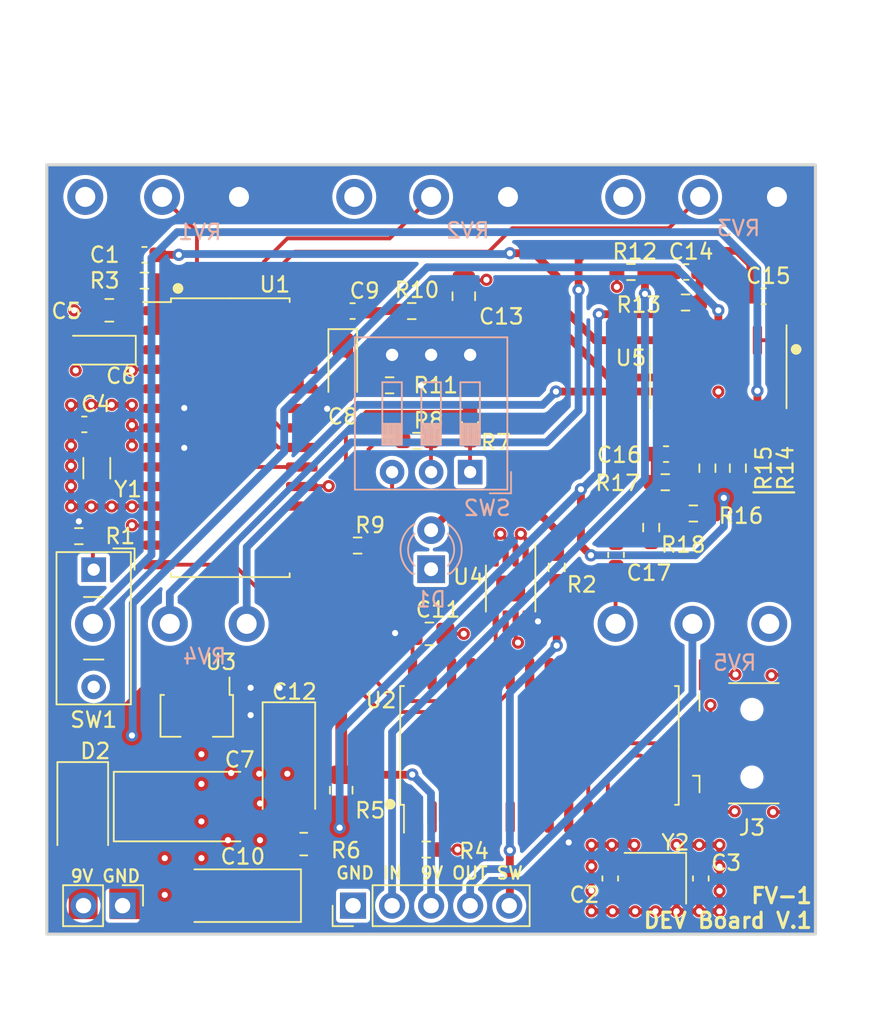
<source format=kicad_pcb>
(kicad_pcb (version 20221018) (generator pcbnew)
  (layers (0 "F.Cu" signal) (1 "In1.Cu" signal) (2 "In2.Cu" signal) (31 "B.Cu" signal) (34 "B.Paste" user) (35 "F.Paste" user) (36 "B.SilkS" user "B.Silkscreen") (37 "F.SilkS" user "F.Silkscreen") (38 "B.Mask" user) (39 "F.Mask" user) (44 "Edge.Cuts" user))
  (net 0 "")
  (net 1 "/BUF_IN")
  (net 2 "Net-(C1-Pad2)")
  (net 3 "Net-(R1-Pad2)")
  (net 4 "Net-(C3-Pad1)")
  (net 5 "Net-(C4-Pad1)")
  (net 6 "/OUT")
  (net 7 "Net-(C9-Pad1)")
  (net 8 "Net-(C9-Pad2)")
  (net 9 "/3V3")
  (net 10 "/9V")
  (net 11 "Net-(D1-Pad2)")
  (net 12 "Net-(D2-Pad2)")
  (net 13 "/D-")
  (net 14 "/D+")
  (net 15 "Net-(R4-Pad2)")
  (net 16 "/VREF")
  (net 17 "/BUF_OUT")
  (net 18 "/POT0")
  (net 19 "/POT1")
  (net 20 "/POT2")
  (net 22 "/SCL")
  (net 23 "/SDA")
  (net 24 "GND")
  (net 25 "Net-(J1-Pad5)")
  (net 26 "/Eff in")
  (net 27 "/Eff out")
  (net 29 "Net-(C2-Pad1)")
  (net 30 "Net-(C15-Pad2)")
  (net 31 "Net-(C16-Pad1)")
  (net 32 "Net-(C16-Pad2)")
  (net 33 "Net-(C17-Pad1)")
  (net 34 "Net-(C17-Pad2)")
  (net 37 "Net-(R7-Pad1)")
  (net 38 "Net-(R7-Pad2)")
  (net 39 "Net-(R8-Pad1)")
  (net 40 "Net-(R8-Pad2)")
  (net 41 "Net-(R9-Pad1)")
  (net 42 "Net-(R9-Pad2)")
  (net 43 "Net-(R15-Pad1)")
  (net 62 "Net-(C8-Pad2)")
  (net 63 "Net-(C8-Pad1)")
  (net 64 "Net-(C6-Pad1)")
  (net 65 "Net-(C5-Pad2)")
  (net 66 "Net-(C15-Pad1)")
  (net 67 "Net-(C14-Pad2)")
  (net 68 "Net-(U1-Pad10)")
  (footprint "Resistor_SMD:R_0603_1608Metric_Pad0.98x0.95mm_HandSolder" (layer "F.Cu") (at 116.6876 125.222 180)
    (fp_text reference "R4")
    (fp_text value "2k2")
  )
  (footprint "Capacitor_SMD:C_0603_1608Metric_Pad1.08x0.95mm_HandSolder" (layer "F.Cu") (at 138.6332 89.2556 180)
    (fp_text reference "C15")
    (fp_text value "1u")
  )
  (footprint "Crystal:Crystal_SMD_Abracon_ABM8G-4Pin_3.2x2.5mm" (layer "F.Cu") (at 131.5896 127.088 180)
    (fp_text reference "Y2")
    (fp_text value "12MHz")
  )
  (footprint "Connector_PinHeader_2.54mm:PinHeader_1x05_P2.54mm_Vertical" (layer "F.Cu") (at 111.92 128.8696 90)
    (fp_text reference "GND IN  9V OUT SW")
    (fp_text value "Conn_01x05_Female")
  )
  (footprint "FV1_Dev_Board_FPLib:CH341A" (layer "F.Cu") (at 124.1044 118.618 90)
    (fp_text reference "U2" hide)
    (fp_text value "CH341A")
  )
  (footprint "Resistor_SMD:R_0805_2012Metric_Pad1.20x1.40mm_HandSolder" (layer "F.Cu") (at 108.712 124.8664)
    (fp_text reference "R6")
    (fp_text value "10k")
  )
  (footprint "Capacitor_SMD:C_0603_1608Metric_Pad1.08x0.95mm_HandSolder" (layer "F.Cu") (at 111.8909 90.2208)
    (fp_text reference "C9")
    (fp_text value "1u")
  )
  (footprint "Resistor_SMD:R_0603_1608Metric_Pad0.98x0.95mm_HandSolder" (layer "F.Cu") (at 134.0612 103.378 180)
    (fp_text reference "R16")
    (fp_text value "10k")
  )
  (footprint "Resistor_SMD:R_0603_1608Metric_Pad0.98x0.95mm_HandSolder" (layer "F.Cu") (at 129.9972 87.6808)
    (fp_text reference "R12")
    (fp_text value "1M")
  )
  (footprint "Resistor_SMD:R_0603_1608Metric_Pad0.98x0.95mm_HandSolder" (layer "F.Cu") (at 119.5324 97.6884 90)
    (fp_text reference "R7")
    (fp_text value "20k")
  )
  (footprint "Capacitor_SMD:C_0603_1608Metric_Pad1.08x0.95mm_HandSolder" (layer "F.Cu") (at 98.3488 86.5632 180)
    (fp_text reference "C1")
    (fp_text value "1u")
  )
  (footprint "Resistor_SMD:R_0603_1608Metric_Pad0.98x0.95mm_HandSolder" (layer "F.Cu") (at 136.9568 100.4316 90)
    (fp_text reference "R14")
    (fp_text value "100k")
  )
  (footprint "Resistor_SMD:R_0603_1608Metric_Pad0.98x0.95mm_HandSolder" (layer "F.Cu") (at 115.7384 90.2208)
    (fp_text reference "R10")
    (fp_text value "1k")
  )
  (footprint "Resistor_SMD:R_0603_1608Metric_Pad0.98x0.95mm_HandSolder" (layer "F.Cu") (at 132.2324 101.346 180)
    (fp_text reference "R17")
    (fp_text value "200k")
  )
  (footprint "Diode_SMD:D_SMA" (layer "F.Cu") (at 94.3356 122.936 -90)
    (fp_text reference "D2")
    (fp_text value "S1D")
  )
  (footprint "Package_TO_SOT_SMD:SOT-89-3" (layer "F.Cu") (at 101.7524 116.2304 -90)
    (fp_text reference "U3")
    (fp_text value "AZ1117CR_SOT89")
  )
  (footprint "Resistor_SMD:R_0603_1608Metric_Pad0.98x0.95mm_HandSolder" (layer "F.Cu") (at 114.3 95.0468)
    (fp_text reference "R11")
    (fp_text value "100R")
  )
  (footprint "Capacitor_SMD:C_0603_1608Metric_Pad1.08x0.95mm_HandSolder" (layer "F.Cu") (at 94.4372 97.5868 180)
    (fp_text reference "C4")
    (fp_text value "12p")
  )
  (footprint "Resistor_SMD:R_0603_1608Metric_Pad0.98x0.95mm_HandSolder" (layer "F.Cu") (at 98.3488 88.2396)
    (fp_text reference "R3")
    (fp_text value "1k")
  )
  (footprint "Package_SO:MSOP-8-1EP_3x3mm_P0.65mm_EP1.68x1.88mm" (layer "F.Cu") (at 122.174 108.2548 -90)
    (fp_text reference "U4")
    (fp_text value "24LC32")
  )
  (footprint "Button_Switch_THT:SW_DIP_SPSTx01_Slide_9.78x4.72mm_W7.62mm_P2.54mm" (layer "F.Cu") (at 95.0468 107.0273 -90)
    (fp_text reference "SW1")
    (fp_text value "DIP_X1")
  )
  (footprint "Capacitor_SMD:C_0603_1608Metric_Pad1.08x0.95mm_HandSolder" (layer "F.Cu") (at 128.65195 127.1016 90)
    (fp_text reference "C2")
    (fp_text value "18p")
  )
  (footprint "Package_SO:SOIC-14_3.9x8.7mm_P1.27mm" (layer "F.Cu") (at 135.6868 94.5896 -90)
    (fp_text reference "U5")
    (fp_text value "TL074")
  )
  (footprint "Connector_PinHeader_2.54mm:PinHeader_1x02_P2.54mm_Vertical" (layer "F.Cu") (at 96.9264 128.8696 -90)
    (fp_text reference "9V GND")
    (fp_text value "9V DC")
  )
  (footprint "Resistor_SMD:R_0603_1608Metric_Pad0.98x0.95mm_HandSolder" (layer "F.Cu") (at 116.078 98.6536 180)
    (fp_text reference "R8")
    (fp_text value "20k")
  )
  (footprint "Capacitor_SMD:C_0603_1608Metric_Pad1.08x0.95mm_HandSolder" (layer "F.Cu") (at 129.032 106.0704 -90)
    (fp_text reference "C17")
    (fp_text value "1u")
  )
  (footprint "Resistor_SMD:R_0603_1608Metric_Pad0.98x0.95mm_HandSolder" (layer "F.Cu") (at 131.318 104.2924 -90)
    (fp_text reference "R18")
    (fp_text value "100R")
  )
  (footprint "Capacitor_Tantalum_SMD:CP_EIA-3216-10_Kemet-I_Pad1.58x1.35mm_HandSolder" (layer "F.Cu") (at 95.3008 92.7608 180)
    (fp_text reference "C6")
    (fp_text value "1u")
  )
  (footprint "Resistor_SMD:R_0805_2012Metric_Pad1.20x1.40mm_HandSolder" (layer "F.Cu") (at 111.1504 121.3612 90)
    (fp_text reference "R5")
    (fp_text value "10k")
  )
  (footprint "Capacitor_SMD:C_0603_1608Metric_Pad1.08x0.95mm_HandSolder" (layer "F.Cu") (at 134.54475 127.1016 -90)
    (fp_text reference "C3")
    (fp_text value "18p")
  )
  (footprint "Resistor_SMD:R_0603_1608Metric_Pad0.98x0.95mm_HandSolder" (layer "F.Cu") (at 112.2172 105.4608 180)
    (fp_text reference "R9")
    (fp_text value "20k")
  )
  (footprint "Capacitor_Tantalum_SMD:CP_EIA-6032-28_Kemet-C_Pad2.25x2.35mm_HandSolder" (layer "F.Cu") (at 104.5972 128.2192 180)
    (fp_text reference "C10")
    (fp_text value "47u")
  )
  (footprint "Capacitor_SMD:C_0603_1608Metric_Pad1.08x0.95mm_HandSolder" (layer "F.Cu") (at 133.604 87.6808)
    (fp_text reference "C14")
    (fp_text value "100n")
  )
  (footprint "Connector_USB:USB_Mini-B_Lumberg_2486_01_Horizontal" (layer "F.Cu") (at 137.8712 118.3132 90)
    (fp_text reference "J3")
    (fp_text value "USB_B_Mini")
  )
  (footprint "Resistor_SMD:R_0603_1608Metric_Pad0.98x0.95mm_HandSolder" (layer "F.Cu") (at 133.5532 89.662)
    (fp_text reference "R13")
    (fp_text value "100k")
  )
  (footprint "Capacitor_SMD:C_0805_2012Metric_Pad1.18x1.45mm_HandSolder" (layer "F.Cu") (at 116.8908 111.2012 180)
    (fp_text reference "C11")
    (fp_text value "100n")
  )
  (footprint "FV1_Dev_Board_FPLib:FV1" (layer "F.Cu") (at 104.0248 98.3794)
    (fp_text reference "U1" hide)
    (fp_text value "FV-1")
  )
  (footprint "Capacitor_Tantalum_SMD:CP_EIA-7343-20_Kemet-V_Pad2.25x2.55mm_HandSolder" (layer "F.Cu") (at 100.9396 122.428)
    (fp_text reference "C7")
    (fp_text value "100u")
  )
  (footprint "Resistor_SMD:R_0603_1608Metric_Pad0.98x0.95mm_HandSolder" (layer "F.Cu") (at 134.9756 100.4316 -90)
    (fp_text reference "R15")
    (fp_text value "100k")
  )
  (footprint "Capacitor_Tantalum_SMD:CP_EIA-6032-28_Kemet-C_Pad2.25x2.35mm_HandSolder" (layer "F.Cu") (at 107.7468 119.5832 -90)
    (fp_text reference "C12")
    (fp_text value "47u")
  )
  (footprint "Resistor_SMD:R_0603_1608Metric_Pad0.98x0.95mm_HandSolder" (layer "F.Cu") (at 94.0816 104.8512)
    (fp_text reference "R1")
    (fp_text value "20k")
  )
  (footprint "Crystal:Crystal_SMD_3215-2Pin_3.2x1.5mm" (layer "F.Cu") (at 95.25 100.4316 90)
    (fp_text reference "Y1")
    (fp_text value "JTX310")
  )
  (footprint "Resistor_SMD:R_0603_1608Metric_Pad0.98x0.95mm_HandSolder" (layer "F.Cu") (at 125.1712 106.8832 -90)
    (fp_text reference "R2")
    (fp_text value "4k7")
  )
  (footprint "Capacitor_SMD:C_0603_1608Metric_Pad1.08x0.95mm_HandSolder" (layer "F.Cu") (at 132.2832 99.5172 180)
    (fp_text reference "C16")
    (fp_text value "120p")
  )
  (footprint "Capacitor_Tantalum_SMD:CP_EIA-3216-10_Kemet-I_Pad1.58x1.35mm_HandSolder" (layer "F.Cu") (at 111.252 93.8784 -90)
    (fp_text reference "C8")
    (fp_text value "1u")
  )
  (footprint "Capacitor_SMD:C_0805_2012Metric_Pad1.18x1.45mm_HandSolder" (layer "F.Cu") (at 96.0628 90.17)
    (fp_text reference "C5")
    (fp_text value "1n")
  )
  (footprint "Capacitor_SMD:C_0805_2012Metric_Pad1.18x1.45mm_HandSolder" (layer "F.Cu") (at 119.126 89.2556 90)
    (fp_text reference "C13")
    (fp_text value "2n2")
  )
  (footprint "Potentiometer_THT:Potentiometer_Omeg_PC16BU_Vertical" (layer "B.Cu") (at 99.5 70.25 180)
    (fp_text reference "RV1")
    (fp_text value "POT0")
  )
  (footprint "Button_Switch_THT:SW_DIP_SPSTx03_Slide_9.78x9.8mm_W7.62mm_P2.54mm" (layer "B.Cu") (at 117 100.6556 180)
    (fp_text reference "SW2")
    (fp_text value "DIP_X3")
  )
  (footprint "Potentiometer_THT:Potentiometer_Omeg_PC16BU_Vertical" (layer "B.Cu") (at 134.5 70.25 180)
    (fp_text reference "RV3")
    (fp_text value "POT2")
  )
  (footprint "Potentiometer_THT:Potentiometer_Omeg_PC16BU_Vertical" (layer "B.Cu") (at 134 98 180)
    (fp_text reference "RV5")
    (fp_text value "VOL")
  )
  (footprint "Potentiometer_THT:Potentiometer_Omeg_PC16BU_Vertical" (layer "B.Cu") (at 117 70.25 180)
    (fp_text reference "RV2")
    (fp_text value "POT1")
  )
  (footprint "LED_THT:LED_D3.0mm" (layer "B.Cu") (at 117 107 90)
    (fp_text reference "D1")
    (fp_text value "LED")
  )
  (footprint "Potentiometer_THT:Potentiometer_Omeg_PC16BU_Vertical" (layer "B.Cu") (at 100 98 180)
    (fp_text reference "RV4")
    (fp_text value "MIX")
  )
  (gr_circle (center 100.5332 88.7476) (end 100.806766 88.7476) (stroke (width 0.15)) (fill solid) (layer "F.SilkS"))
  (gr_circle (center 140.747234 92.71) (end 141.0208 92.71) (stroke (width 0.15)) (fill solid) (layer "F.SilkS"))
  (gr_line (start 137.9728 102.0064) (end 140.6144 102.0064) (stroke (width 0.15)) (layer "F.SilkS"))
  (gr_circle (center 114.331234 122.2756) (end 114.6048 122.2756) (stroke (width 0.15)) (fill solid) (layer "F.SilkS"))
  (gr_rect (start 92 80.7148) (end 142 130.7148) (stroke (width 0.2)) (fill none) (layer "Edge.Cuts"))
  (gr_text "FV-1\nDEV Board V.1" (at 141.8844 129.032) (layer "F.SilkS") (effects (font (size 1 1) (thickness 0.2)) (justify right)))
  (segment (start 136.3472 93.5736) (end 133.7564 93.5736) (width 0.25) (layer "F.Cu") (net 1))
  (segment (start 125.1712 87.9348) (end 125.1712 89.6112) (width 0.508) (layer "F.Cu") (net 1))
  (segment (start 100.584 86.5632) (end 99.2113 86.5632) (width 0.508) (layer "F.Cu") (net 1))
  (segment (start 122.1232 86.4616) (end 123.698 86.4616) (width 0.508) (layer "F.Cu") (net 1))
  (segment (start 136.9568 92.1146) (end 136.9568 92.964) (width 0.25) (layer "F.Cu") (net 1))
  (segment (start 123.698 86.4616) (end 125.1712 87.9348) (width 0.508) (layer "F.Cu") (net 1))
  (segment (start 133.1468 92.964) (end 133.1468 92.1146) (width 0.25) (layer "F.Cu") (net 1))
  (segment (start 136.9568 92.964) (end 136.3472 93.5736) (width 0.25) (layer "F.Cu") (net 1))
  (segment (start 133.1468 92.1146) (end 131.8768 92.1146) (width 0.508) (layer "F.Cu") (net 1))
  (segment (start 127.6746 92.1146) (end 131.8768 92.1146) (width 0.508) (layer "F.Cu") (net 1))
  (segment (start 125.1712 89.6112) (end 127.6746 92.1146) (width 0.508) (layer "F.Cu") (net 1))
  (segment (start 133.7564 93.5736) (end 133.1468 92.964) (width 0.25) (layer "F.Cu") (net 1))
  (via (at 100.584 86.5632) (size 0.8) (drill 0.4) (layers "F.Cu" "B.Cu") (remove_unused_layers) (net 1))
  (via (at 122.1232 86.4616) (size 0.8) (drill 0.4) (layers "F.Cu" "B.Cu") (remove_unused_layers) (net 1))
  (segment (start 122.0724 86.5124) (end 122.1232 86.4616) (width 0.508) (layer "B.Cu") (net 1))
  (segment (start 100.6348 86.5124) (end 122.0724 86.5124) (width 0.508) (layer "B.Cu") (net 1))
  (segment (start 100.584 86.5632) (end 100.6348 86.5124) (width 0.508) (layer "B.Cu") (net 1))
  (segment (start 97.4363 88.2396) (end 97.4363 86.6132) (width 0.508) (layer "F.Cu") (net 2))
  (segment (start 97.4363 86.6132) (end 97.4863 86.5632) (width 0.25) (layer "F.Cu") (net 2))
  (segment (start 94.9941 104.8512) (end 94.9941 106.9746) (width 0.25) (layer "F.Cu") (net 3))
  (segment (start 95.5783 105.4354) (end 94.9941 104.8512) (width 0.25) (layer "F.Cu") (net 3))
  (segment (start 99.2868 105.4354) (end 95.5783 105.4354) (width 0.25) (layer "F.Cu") (net 3))
  (segment (start 94.9941 106.9746) (end 95.0468 107.0273) (width 0.25) (layer "F.Cu") (net 3))
  (segment (start 132.3034 123.102) (end 132.24495 123.16045) (width 0.25) (layer "F.Cu") (net 4))
  (segment (start 132.24495 123.16045) (end 132.24495 125.79335) (width 0.25) (layer "F.Cu") (net 4))
  (segment (start 132.24495 125.79335) (end 132.6896 126.238) (width 0.25) (layer "F.Cu") (net 4))
  (segment (start 134.54365 126.238) (end 134.54475 126.2391) (width 0.25) (layer "F.Cu") (net 4))
  (segment (start 132.6896 126.238) (end 134.54365 126.238) (width 0.25) (layer "F.Cu") (net 4))
  (segment (start 95.25 99.1816) (end 96.4238 100.3554) (width 0.25) (layer "F.Cu") (net 5))
  (segment (start 95.2997 99.1319) (end 95.25 99.1816) (width 0.25) (layer "F.Cu") (net 5))
  (segment (start 95.2997 97.5868) (end 95.2997 99.1319) (width 0.25) (layer "F.Cu") (net 5))
  (segment (start 96.4238 100.3554) (end 99.2868 100.3554) (width 0.25) (layer "F.Cu") (net 5))
  (segment (start 124.2568 90.2208) (end 128.5748 94.5388) (width 0.508) (layer "F.Cu") (net 6))
  (segment (start 116.6509 90.2208) (end 124.2568 90.2208) (width 0.508) (layer "F.Cu") (net 6))
  (segment (start 136.9568 99.5191) (end 136.9568 97.0646) (width 0.25) (layer "F.Cu") (net 6))
  (segment (start 128.5748 94.5388) (end 136.2964 94.5388) (width 0.508) (layer "F.Cu") (net 6))
  (segment (start 136.2964 94.5388) (end 136.9568 95.1992) (width 0.508) (layer "F.Cu") (net 6))
  (segment (start 136.9568 95.1992) (end 136.9568 97.0646) (width 0.508) (layer "F.Cu") (net 6))
  (segment (start 111.003 90.1954) (end 111.0284 90.2208) (width 0.25) (layer "F.Cu") (net 7))
  (segment (start 108.5868 90.1954) (end 111.003 90.1954) (width 0.508) (layer "F.Cu") (net 7))
  (segment (start 112.7534 90.2208) (end 114.8259 90.2208) (width 0.508) (layer "F.Cu") (net 8))
  (segment (start 125.9534 124.758046) (end 125.9534 123.102) (width 0.25) (layer "F.Cu") (net 9))
  (segment (start 110.236 96.5708) (end 110.2106 96.5454) (width 0.25) (layer "F.Cu") (net 9))
  (segment (start 115.7934 111.2611) (end 115.8533 111.2012) (width 0.25) (layer "F.Cu") (net 9))
  (segment (start 100.9396 96.52) (end 100.9142 96.5454) (width 0.25) (layer "F.Cu") (net 9))
  (segment (start 115.8025 111.1504) (end 115.8533 111.2012) (width 0.25) (layer "F.Cu") (net 9))
  (segment (start 115.2125 95.0468) (end 116.332 95.0468) (width 0.25) (layer "F.Cu") (net 9))
  (segment (start 123.9356 110.4048) (end 123.149 110.4048) (width 0.25) (layer "F.Cu") (net 9))
  (segment (start 100.9142 99.0854) (end 99.2868 99.0854) (width 0.25) (layer "F.Cu") (net 9))
  (segment (start 115.7934 113.802) (end 115.7934 111.2611) (width 0.25) (layer "F.Cu") (net 9))
  (segment (start 94.0816 103.886) (end 94.0816 103.9387) (width 0.25) (layer "F.Cu") (net 9))
  (segment (start 125.952623 124.758823) (end 125.9534 124.758046) (width 0.25) (layer "F.Cu") (net 9))
  (segment (start 110.2106 96.5454) (end 108.5868 96.5454) (width 0.25) (layer "F.Cu") (net 9))
  (segment (start 114.6556 111.1504) (end 115.8025 111.1504) (width 0.25) (layer "F.Cu") (net 9))
  (segment (start 94.0816 103.9387) (end 93.1691 104.8512) (width 0.25) (layer "F.Cu") (net 9))
  (segment (start 123.952 110.3884) (end 123.9356 110.4048) (width 0.25) (layer "F.Cu") (net 9))
  (segment (start 100.9396 99.1108) (end 100.9142 99.0854) (width 0.25) (layer "F.Cu") (net 9))
  (segment (start 100.9142 96.5454) (end 99.2868 96.5454) (width 0.25) (layer "F.Cu") (net 9))
  (via (at 100.9396 96.52) (size 0.8) (drill 0.4) (layers "F.Cu" "B.Cu") (remove_unused_layers) (zone_layer_connections "B.Cu") (net 9))
  (via (at 105.2576 114.7064) (size 0.8) (drill 0.4) (layers "F.Cu" "B.Cu") (remove_unused_layers) (zone_layer_connections "F.Cu" "B.Cu") (net 9))
  (via (at 105.2576 116.4844) (size 0.8) (drill 0.4) (layers "F.Cu" "B.Cu") (remove_unused_layers) (zone_layer_connections "F.Cu" "B.Cu") (net 9))
  (via (at 114.6556 111.1504) (size 0.8) (drill 0.4) (layers "F.Cu" "B.Cu") (remove_unused_layers) (zone_layer_connections "B.Cu") (net 9))
  (via (at 100.9396 99.1108) (size 0.8) (drill 0.4) (layers "F.Cu" "B.Cu") (remove_unused_layers) (zone_layer_connections "B.Cu") (net 9))
  (via (at 125.952623 124.758823) (size 0.8) (drill 0.4) (layers "F.Cu" "B.Cu") (remove_unused_layers) (zone_layer_connections "B.Cu") (net 9))
  (via (at 107.1372 114.7064) (size 0.8) (drill 0.4) (layers "F.Cu" "B.Cu") (remove_unused_layers) (zone_layer_connections "F.Cu" "B.Cu") (net 9))
  (via (at 110.236 96.5708) (size 0.8) (drill 0.4) (layers "F.Cu" "B.Cu") (remove_unused_layers) (zone_layer_connections "B.Cu") (net 9))
  (via (at 123.952 110.3884) (size 0.8) (drill 0.4) (layers "F.Cu" "B.Cu") (remove_unused_layers) (zone_layer_connections "B.Cu") (net 9))
  (via (at 116.332 95.0468) (size 0.8) (drill 0.4) (layers "F.Cu" "B.Cu") (remove_unused_layers) (zone_layer_connections "B.Cu") (net 9))
  (via (at 94.0816 103.886) (size 0.8) (drill 0.4) (layers "F.Cu" "B.Cu") (remove_unused_layers) (zone_layer_connections "B.Cu") (net 9))
  (segment (start 111.1504 116.2304) (end 111.1504 120.3612) (width 0.762) (layer "F.Cu") (net 10))
  (segment (start 100.2524 113.4124) (end 100.8888 112.776) (width 0.762) (layer "F.Cu") (net 10))
  (segment (start 115.7732 120.3452) (end 115.7572 120.3612) (width 0.762) (layer "F.Cu") (net 10))
  (segment (start 135.6868 92.1146) (end 135.6868 90.17) (width 0.508) (layer "F.Cu") (net 10))
  (segment (start 100.2524 114.5804) (end 100.2524 113.4124) (width 0.762) (layer "F.Cu") (net 10))
  (segment (start 107.696 112.776) (end 111.1504 116.2304) (width 0.762) (layer "F.Cu") (net 10))
  (segment (start 100.8888 112.776) (end 107.696 112.776) (width 0.762) (layer "F.Cu") (net 10))
  (segment (start 115.7572 120.3612) (end 111.1504 120.3612) (width 0.508) (layer "F.Cu") (net 10))
  (via (at 97.536 117.8052) (size 0.8) (drill 0.4) (layers "F.Cu" "B.Cu") (remove_unused_layers) (zone_layer_connections "F.Cu") (net 10))
  (via (at 115.7732 120.3452) (size 0.8) (drill 0.4) (layers "F.Cu" "B.Cu") (remove_unused_layers) (net 10))
  (via (at 135.6868 90.17) (size 0.8) (drill 0.4) (layers "F.Cu" "B.Cu") (remove_unused_layers) (net 10))
  (segment (start 115.7732 120.3452) (end 116.9924 121.5644) (width 0.508) (layer "B.Cu") (net 10))
  (segment (start 97.536 117.8052) (end 97.5868 117.7544) (width 0.508) (layer "B.Cu") (net 10))
  (segment (start 107.442 99.3648) (end 107.442 96.6724) (width 0.508) (layer "B.Cu") (net 10))
  (segment (start 97.5868 117.7544) (end 97.5868 109.22) (width 0.508) (layer "B.Cu") (net 10))
  (segment (start 116.9924 121.5644) (end 116.9924 123.444) (width 0.508) (layer "B.Cu") (net 10))
  (segment (start 116.7384 87.376) (end 132.8928 87.376) (width 0.508) (layer "B.Cu") (net 10))
  (segment (start 117 123.4516) (end 117 128.8696) (width 0.508) (layer "B.Cu") (net 10))
  (segment (start 97.5868 109.22) (end 107.442 99.3648) (width 0.508) (layer "B.Cu") (net 10))
  (segment (start 107.442 96.6724) (end 116.7384 87.376) (width 0.508) (layer "B.Cu") (net 10))
  (segment (start 132.8928 87.376) (end 135.6868 90.17) (width 0.508) (layer "B.Cu") (net 10))
  (segment (start 124.2568 103.5812) (end 125.1712 104.4956) (width 0.508) (layer "F.Cu") (net 11))
  (segment (start 125.1712 104.4956) (end 125.1712 105.9707) (width 0.508) (layer "F.Cu") (net 11))
  (segment (start 117 104.46) (end 117.8788 103.5812) (width 0.508) (layer "F.Cu") (net 11))
  (segment (start 117.8788 103.5812) (end 124.2568 103.5812) (width 0.508) (layer "F.Cu") (net 11))
  (segment (start 133.034 119.4672) (end 133.034 119.493175) (width 0.25) (layer "F.Cu") (net 13))
  (segment (start 135.1712 119.1132) (end 133.388 119.1132) (width 0.25) (layer "F.Cu") (net 13))
  (segment (start 128.4934 120.5282) (end 128.4934 123.102) (width 0.25) (layer "F.Cu") (net 13))
  (segment (start 132.326 119.493175) (end 132.326 119.4672) (width 0.25) (layer "F.Cu") (net 13))
  (segment (start 130.91 119.493175) (end 130.91 119.4672) (width 0.25) (layer "F.Cu") (net 13))
  (segment (start 129.9084 119.1132) (end 128.4934 120.5282) (width 0.25) (layer "F.Cu") (net 13))
  (segment (start 131.618 119.4672) (end 131.618 119.493175) (width 0.25) (layer "F.Cu") (net 13))
  (segment (start 130.556 119.1132) (end 130.506 119.1132) (width 0.25) (layer "F.Cu") (net 13))
  (segment (start 130.506 119.1132) (end 129.9084 119.1132) (width 0.25) (layer "F.Cu") (net 13))
  (arc (start 131.264 119.847175) (mid 131.013684 119.743491) (end 130.91 119.493175) (width 0.25) (layer "F.Cu") (net 13))
  (arc (start 130.91 119.4672) (mid 130.806316 119.216884) (end 130.556 119.1132) (width 0.25) (layer "F.Cu") (net 13))
  (arc (start 131.972 119.1132) (mid 131.721684 119.216884) (end 131.618 119.4672) (width 0.25) (layer "F.Cu") (net 13))
  (arc (start 133.034 119.493175) (mid 132.930316 119.743491) (end 132.68 119.847175) (width 0.25) (layer "F.Cu") (net 13))
  (arc (start 131.618 119.493175) (mid 131.514316 119.743491) (end 131.264 119.847175) (width 0.25) (layer "F.Cu") (net 13))
  (arc (start 132.68 119.847175) (mid 132.429684 119.743491) (end 132.326 119.493175) (width 0.25) (layer "F.Cu") (net 13))
  (arc (start 132.326 119.4672) (mid 132.222316 119.216884) (end 131.972 119.1132) (width 0.25) (layer "F.Cu") (net 13))
  (arc (start 133.388 119.1132) (mid 133.137684 119.216884) (end 133.034 119.4672) (width 0.25) (layer "F.Cu") (net 13))
  (segment (start 129.2352 118.3132) (end 127.2234 120.325) (width 0.25) (layer "F.Cu") (net 14))
  (segment (start 135.1712 118.3132) (end 129.2352 118.3132) (width 0.25) (layer "F.Cu") (net 14))
  (segment (start 127.2234 120.325) (end 127.2234 123.102) (width 0.25) (layer "F.Cu") (net 14))
  (segment (start 115.7934 123.102) (end 115.7934 125.2037) (width 0.25) (layer "F.Cu") (net 15))
  (segment (start 115.7934 125.2037) (end 115.7751 125.222) (width 0.25) (layer "F.Cu") (net 15))
  (segment (start 126.746 105.4608) (end 127.4064 106.1212) (width 0.508) (layer "F.Cu") (net 16))
  (segment (start 131.8787 90.424) (end 132.6407 89.662) (width 0.508) (layer "F.Cu") (net 16))
  (segment (start 126.746 101.8032) (end 126.746 105.4608) (width 0.508) (layer "F.Cu") (net 16))
  (segment (start 134.9756 101.3441) (end 134.9756 101.3968) (width 0.25) (layer "F.Cu") (net 16))
  (segment (start 127.9144 90.424) (end 131.8787 90.424) (width 0.508) (layer "F.Cu") (net 16))
  (via (at 136.0424 102.362) (size 0.8) (drill 0.4) (layers "F.Cu" "B.Cu") (remove_unused_layers) (zone_layer_connections "F.Cu") (net 16))
  (via (at 111.0488 123.7996) (size 0.8) (drill 0.4) (layers "F.Cu" "B.Cu") (remove_unused_layers) (zone_layer_connections "F.Cu") (net 16))
  (via (at 127.394772 106.093656) (size 0.8) (drill 0.4) (layers "F.Cu" "B.Cu") (remove_unused_layers) (net 16))
  (via (at 126.746 101.8032) (size 0.8) (drill 0.4) (layers "F.Cu" "B.Cu") (remove_unused_layers) (net 16))
  (via (at 127.9144 90.424) (size 0.8) (drill 0.4) (layers "F.Cu" "B.Cu") (remove_unused_layers) (net 16))
  (segment (start 134.190344 106.093656) (end 127.394772 106.093656) (width 0.508) (layer "B.Cu") (net 16))
  (segment (start 127.8636 100.7364) (end 111.0488 117.5512) (width 0.508) (layer "B.Cu") (net 16))
  (segment (start 127.9144 90.424) (end 127.8636 90.4748) (width 0.508) (layer "B.Cu") (net 16))
  (segment (start 111.0488 117.5512) (end 111.0488 123.7996) (width 0.508) (layer "B.Cu") (net 16))
  (segment (start 136.0424 104.2416) (end 134.190344 106.093656) (width 0.508) (layer "B.Cu") (net 16))
  (segment (start 136.0424 102.362) (end 136.0424 104.2416) (width 0.508) (layer "B.Cu") (net 16))
  (segment (start 127.8636 90.4748) (end 127.8636 100.7364) (width 0.508) (layer "B.Cu") (net 16))
  (segment (start 138.2268 97.0646) (end 139.4968 97.0646) (width 0.508) (layer "F.Cu") (net 17))
  (segment (start 138.2268 97.0646) (end 138.2268 95.4024) (width 0.508) (layer "F.Cu") (net 17))
  (via (at 138.2268 95.4024) (size 0.8) (drill 0.4) (layers "F.Cu" "B.Cu") (remove_unused_layers) (net 17))
  (segment (start 135.8392 85.09) (end 100.4824 85.09) (width 0.508) (layer "B.Cu") (net 17))
  (segment (start 95 109.8764) (end 95 110.55) (width 0.508) (layer "B.Cu") (net 17))
  (segment (start 138.176 87.4268) (end 138.2268 87.4776) (width 0.25) (layer "B.Cu") (net 17))
  (segment (start 138.176 87.4268) (end 135.8392 85.09) (width 0.508) (layer "B.Cu") (net 17))
  (segment (start 98.806 86.7664) (end 98.806 106.0704) (width 0.508) (layer "B.Cu") (net 17))
  (segment (start 138.2268 87.4776) (end 138.2268 95.4024) (width 0.508) (layer "B.Cu") (net 17))
  (segment (start 98.806 106.0704) (end 95 109.8764) (width 0.508) (layer "B.Cu") (net 17))
  (segment (start 100.4824 85.09) (end 98.806 86.7664) (width 0.508) (layer "B.Cu") (net 17))
  (segment (start 101.7662 98.7182) (end 101.7662 85.0662) (width 0.25) (layer "F.Cu") (net 18))
  (segment (start 103.4034 100.3554) (end 101.7662 98.7182) (width 0.25) (layer "F.Cu") (net 18))
  (segment (start 108.5868 100.3554) (end 103.4034 100.3554) (width 0.25) (layer "F.Cu") (net 18))
  (segment (start 101.7662 85.0662) (end 99.5 82.8) (width 0.25) (layer "F.Cu") (net 18))
  (segment (start 106.1212 87.0204) (end 107.6452 85.4964) (width 0.25) (layer "F.Cu") (net 19))
  (segment (start 107.6452 85.4964) (end 114.3036 85.4964) (width 0.25) (layer "F.Cu") (net 19))
  (segment (start 106.1212 98.1456) (end 106.1212 87.0204) (width 0.25) (layer "F.Cu") (net 19))
  (segment (start 114.3036 85.4964) (end 117 82.8) (width 0.25) (layer "F.Cu") (net 19))
  (segment (start 108.5868 99.0854) (end 107.061 99.0854) (width 0.25) (layer "F.Cu") (net 19))
  (segment (start 107.061 99.0854) (end 106.1212 98.1456) (width 0.25) (layer "F.Cu") (net 19))
  (segment (start 108.1532 86.36) (end 120.7516 86.36) (width 0.25) (layer "F.Cu") (net 20))
  (segment (start 106.68 97.282) (end 106.68 87.8332) (width 0.25) (layer "F.Cu") (net 20))
  (segment (start 107.2134 97.8154) (end 106.68 97.282) (width 0.25) (layer "F.Cu") (net 20))
  (segment (start 122.2756 84.836) (end 132.464 84.836) (width 0.25) (layer "F.Cu") (net 20))
  (segment (start 108.5868 97.8154) (end 107.2134 97.8154) (width 0.25) (layer "F.Cu") (net 20))
  (segment (start 106.68 87.8332) (end 108.1532 86.36) (width 0.25) (layer "F.Cu") (net 20))
  (segment (start 132.464 84.836) (end 134.5 82.8) (width 0.25) (layer "F.Cu") (net 20))
  (segment (start 120.7516 86.36) (end 122.2756 84.836) (width 0.25) (layer "F.Cu") (net 20))
  (segment (start 122.174 113.7714) (end 122.174 112.3188) (width 0.25) (layer "F.Cu") (net 22))
  (segment (start 120.7516 116.2812) (end 113.7412 116.2812) (width 0.25) (layer "F.Cu") (net 22))
  (segment (start 122.1434 114.8894) (end 122.1434 113.802) (width 0.25) (layer "F.Cu") (net 22))
  (segment (start 122.174 112.3188) (end 121.849 111.9938) (width 0.25) (layer "F.Cu") (net 22))
  (segment (start 104.1654 106.7054) (end 99.2868 106.7054) (width 0.25) (layer "F.Cu") (net 22))
  (segment (start 113.7412 116.2812) (end 104.1654 106.7054) (width 0.25) (layer "F.Cu") (net 22))
  (segment (start 121.849 111.9938) (end 121.849 110.4048) (width 0.25) (layer "F.Cu") (net 22))
  (segment (start 122.1434 113.802) (end 122.174 113.7714) (width 0.25) (layer "F.Cu") (net 22))
  (segment (start 122.1434 114.8894) (end 120.7516 116.2812) (width 0.25) (layer "F.Cu") (net 22))
  (segment (start 110.777308 110.764309) (end 110.777308 110.764308) (width 0.25) (layer "F.Cu") (net 23))
  (segment (start 113.593111 114.45671) (end 114.284718 115.148318) (width 0.25) (layer "F.Cu") (net 23))
  (segment (start 109.776045 109.763047) (end 109.776047 109.763048) (width 0.25) (layer "F.Cu") (net 23))
  (segment (start 113.781094 113.768095) (end 113.781094 113.768094) (width 0.25) (layer "F.Cu") (net 23))
  (segment (start 111.190417 112.65343) (end 111.391342 112.854355) (width 0.25) (layer "F.Cu") (net 23))
  (segment (start 111.840901 112.704501) (end 112.279199 112.2662) (width 0.25) (layer "F.Cu") (net 23))
  (segment (start 120.8734 114.6354) (end 120.8734 113.802) (width 0.25) (layer "F.Cu") (net 23))
  (segment (start 109.087431 109.450399) (end 109.087432 109.450401) (width 0.25) (layer "F.Cu") (net 23))
  (segment (start 120.8734 113.802) (end 120.8734 112.0954) (width 0.25) (layer "F.Cu") (net 23))
  (segment (start 108.5868 106.7054) (end 108.5868 109.4504) (width 0.25) (layer "F.Cu") (net 23))
  (segment (start 109.187893 110.650906) (end 109.388818 110.851831) (width 0.25) (layer "F.Cu") (net 23))
  (segment (start 109.776047 109.763048) (end 109.187893 110.3512) (width 0.25) (layer "F.Cu") (net 23))
  (segment (start 112.842163 113.705763) (end 113.280461 113.267462) (width 0.25) (layer "F.Cu") (net 23))
  (segment (start 120.8734 112.0954) (end 121.199 111.7698) (width 0.25) (layer "F.Cu") (net 23))
  (segment (start 111.77857 111.76557) (end 111.190417 112.353724) (width 0.25) (layer "F.Cu") (net 23))
  (segment (start 112.779832 112.766832) (end 112.191679 113.354986) (width 0.25) (layer "F.Cu") (net 23))
  (segment (start 110.689786 111.853093) (end 110.839639 111.703239) (width 0.25) (layer "F.Cu") (net 23))
  (segment (start 109.688524 110.851831) (end 109.838377 110.701977) (width 0.25) (layer "F.Cu") (net 23))
  (segment (start 114.7064 115.57) (end 119.9388 115.57) (width 0.25) (layer "F.Cu") (net 23))
  (segment (start 111.77857 111.765571) (end 111.77857 111.76557) (width 0.25) (layer "F.Cu") (net 23))
  (segment (start 111.691048 112.854355) (end 111.840901 112.704501) (width 0.25) (layer "F.Cu") (net 23))
  (segment (start 109.838377 110.701977) (end 110.276675 110.263676) (width 0.25) (layer "F.Cu") (net 23))
  (segment (start 121.199 111.7698) (end 121.199 110.4048) (width 0.25) (layer "F.Cu") (net 23))
  (segment (start 110.189155 111.652168) (end 110.39008 111.853093) (width 0.25) (layer "F.Cu") (net 23))
  (segment (start 112.191679 113.654692) (end 112.392604 113.855617) (width 0.25) (layer "F.Cu") (net 23))
  (segment (start 110.839639 111.703239) (end 111.277937 111.264938) (width 0.25) (layer "F.Cu") (net 23))
  (segment (start 112.779832 112.766833) (end 112.779832 112.766832) (width 0.25) (layer "F.Cu") (net 23))
  (segment (start 112.69231 113.855617) (end 112.842163 113.705763) (width 0.25) (layer "F.Cu") (net 23))
  (segment (start 113.781094 113.768094) (end 113.593111 113.956078) (width 0.25) (layer "F.Cu") (net 23))
  (segment (start 109.087432 109.450401) (end 109.275414 109.262416) (width 0.25) (layer "F.Cu") (net 23))
  (segment (start 114.284718 115.148318) (end 114.7064 115.57) (width 0.25) (layer "F.Cu") (net 23))
  (segment (start 110.777308 110.764308) (end 110.189155 111.352462) (width 0.25) (layer "F.Cu") (net 23))
  (segment (start 119.9388 115.57) (end 120.8734 114.6354) (width 0.25) (layer "F.Cu") (net 23))
  (arc (start 108.5868 109.4504) (mid 108.837116 109.554084) (end 109.087431 109.450399) (width 0.25) (layer "F.Cu") (net 23))
  (arc (start 109.776046 109.262416) (mid 109.87973 109.512732) (end 109.776045 109.763047) (width 0.25) (layer "F.Cu") (net 23))
  (arc (start 113.593111 113.956078) (mid 113.489427 114.206394) (end 113.593111 114.45671) (width 0.25) (layer "F.Cu") (net 23))
  (arc (start 111.778571 111.26494) (mid 111.882255 111.515256) (end 111.77857 111.765571) (width 0.25) (layer "F.Cu") (net 23))
  (arc (start 112.779833 112.266202) (mid 112.883517 112.516518) (end 112.779832 112.766833) (width 0.25) (layer "F.Cu") (net 23))
  (arc (start 113.781095 113.267464) (mid 113.884779 113.51778) (end 113.781094 113.768095) (width 0.25) (layer "F.Cu") (net 23))
  (arc (start 111.391342 112.854355) (mid 111.541195 112.916426) (end 111.691048 112.854355) (width 0.25) (layer "F.Cu") (net 23))
  (arc (start 109.187893 110.3512) (mid 109.125822 110.501053) (end 109.187893 110.650906) (width 0.25) (layer "F.Cu") (net 23))
  (arc (start 111.277937 111.264938) (mid 111.528255 111.161256) (end 111.778571 111.26494) (width 0.25) (layer "F.Cu") (net 23))
  (arc (start 113.280461 113.267462) (mid 113.530779 113.16378) (end 113.781095 113.267464) (width 0.25) (layer "F.Cu") (net 23))
  (arc (start 111.190417 112.353724) (mid 111.128346 112.503577) (end 111.190417 112.65343) (width 0.25) (layer "F.Cu") (net 23))
  (arc (start 110.777309 110.263678) (mid 110.880993 110.513994) (end 110.777308 110.764309) (width 0.25) (layer "F.Cu") (net 23))
  (arc (start 109.388818 110.851831) (mid 109.538671 110.913902) (end 109.688524 110.851831) (width 0.25) (layer "F.Cu") (net 23))
  (arc (start 110.39008 111.853093) (mid 110.539933 111.915164) (end 110.689786 111.853093) (width 0.25) (layer "F.Cu") (net 23))
  (arc (start 109.275414 109.262416) (mid 109.52573 109.158732) (end 109.776046 109.262416) (width 0.25) (layer "F.Cu") (net 23))
  (arc (start 112.191679 113.354986) (mid 112.129608 113.504839) (end 112.191679 113.654692) (width 0.25) (layer "F.Cu") (net 23))
  (arc (start 112.392604 113.855617) (mid 112.542457 113.917688) (end 112.69231 113.855617) (width 0.25) (layer "F.Cu") (net 23))
  (arc (start 110.189155 111.352462) (mid 110.127084 111.502315) (end 110.189155 111.652168) (width 0.25) (layer "F.Cu") (net 23))
  (arc (start 112.279199 112.2662) (mid 112.529517 112.162518) (end 112.779833 112.266202) (width 0.25) (layer "F.Cu") (net 23))
  (arc (start 110.276675 110.263676) (mid 110.526993 110.159994) (end 110.777309 110.263678) (width 0.25) (layer "F.Cu") (net 23))
  (segment (start 127.43275 129.2352) (end 127.43275 124.9172) (width 0.4) (layer "F.Cu") (net 24))
  (segment (start 93.5747 96.3179) (end 93.5736 96.3168) (width 0.4) (layer "F.Cu") (net 24))
  (segment (start 122.499 106.1048) (end 122.499 105.0342) (width 0.25) (layer "F.Cu") (net 24))
  (segment (start 139.1412 113.8936) (end 139.1716 113.8632) (width 0.25) (layer "F.Cu") (net 24))
  (segment (start 128.75355 124.9172) (end 128.75355 126.1375) (width 0.4) (layer "F.Cu") (net 24))
  (segment (start 135.1788 115.824) (end 135.1712 115.8316) (width 0.25) (layer "F.Cu") (net 24))
  (segment (start 120.5992 88.1888) (end 120.5699 88.2181) (width 0.25) (layer "F.Cu") (net 24))
  (segment (start 93.5736 102.9208) (end 93.5736 97.5879) (width 0.4) (layer "F.Cu") (net 24))
  (segment (start 97.7138 97.8154) (end 97.536 97.6376) (width 0.25) (layer "F.Cu") (net 24))
  (segment (start 122.499 111.619201) (end 122.499 110.4048) (width 0.25) (layer "F.Cu") (net 24))
  (segment (start 128.75355 124.9172) (end 130.22675 124.9172) (width 0.4) (layer "F.Cu") (net 24))
  (segment (start 123.149 106.1048) (end 123.149 105.0134) (width 0.25) (layer "F.Cu") (net 24))
  (segment (start 99.2868 97.8154) (end 97.7138 97.8154) (width 0.25) (layer "F.Cu") (net 24))
  (segment (start 108.6122 101.6) (end 108.5868 101.6254) (width 0.25) (layer "F.Cu") (net 24))
  (segment (start 118.7196 125.222) (end 117.6001 125.222) (width 0.25) (layer "F.Cu") (net 24))
  (segment (start 132.96995 129.2352) (end 132.96995 128.21835) (width 0.4) (layer "F.Cu") (net 24))
  (segment (start 139.1716 113.8632) (end 140.7212 113.8632) (width 0.25) (layer "F.Cu") (net 24))
  (segment (start 134.44315 124.9172) (end 135.76395 124.9172) (width 0.4) (layer "F.Cu") (net 24))
  (segment (start 93.5736 96.3168) (end 97.536 96.3168) (width 0.4) (layer "F.Cu") (net 24))
  (segment (start 134.44315 129.2352) (end 134.44315 128.0657) (width 0.4) (layer "F.Cu") (net 24))
  (segment (start 117.9283 111.2012) (end 119.126 111.2012) (width 0.25) (layer "F.Cu") (net 24))
  (segment (start 122.651873 111.772074) (end 122.499 111.619201) (width 0.25) (layer "F.Cu") (net 24))
  (segment (start 97.536 96.3168) (end 97.536 98.9584) (width 0.4) (layer "F.Cu") (net 24))
  (segment (start 128.75355 126.1375) (end 128.65195 126.2391) (width 0.4) (layer "F.Cu") (net 24))
  (segment (start 122.499 105.0342) (end 122.8344 104.6988) (width 0.25) (layer "F.Cu") (net 24))
  (segment (start 134.44315 129.2352) (end 132.96995 129.2352) (width 0.4) (layer "F.Cu") (net 24))
  (segment (start 93.5747 97.5868) (end 93.5747 96.3179) (width 0.4) (layer "F.Cu") (net 24))
  (segment (start 132.96995 129.2352) (end 127.43275 129.2352) (width 0.4) (layer "F.Cu") (net 24))
  (segment (start 136.8044 113.8428) (end 136.784 113.8632) (width 0.25) (layer "F.Cu") (net 24))
  (segment (start 127.43275 124.9172) (end 128.75355 124.9172) (width 0.4) (layer "F.Cu") (net 24))
  (segment (start 129.0847 87.6808) (end 129.0847 88.6441) (width 0.25) (layer "F.Cu") (net 24))
  (segment (start 99.2868 104.1654) (end 97.5614 104.1654) (width 0.25) (layer "F.Cu") (net 24))
  (segment (start 95.0253 90.17) (end 93.7768 90.17) (width 0.25) (layer "F.Cu") (net 24))
  (segment (start 129.7634 124.45385) (end 130.22675 124.9172) (width 0.25) (layer "F.Cu") (net 24))
  (segment (start 135.76395 129.2352) (end 134.44315 129.2352) (width 0.4) (layer "F.Cu") (net 24))
  (segment (start 129.0847 88.6441) (end 129.0828 88.646) (width 0.25) (layer "F.Cu") (net 24))
  (segment (start 93.8784 94.0816) (end 93.8633 94.0665) (width 0.25) (layer "F.Cu") (net 24))
  (segment (start 97.6122 94.0054) (end 97.536 94.0816) (width 0.25) (layer "F.Cu") (net 24))
  (segment (start 129.7634 123.102) (end 129.7634 124.45385) (width 0.25) (layer "F.Cu") (net 24))
  (segment (start 132.96995 128.21835) (end 132.6896 127.938) (width 0.4) (layer "F.Cu") (net 24))
  (segment (start 140.7008 122.7836) (end 140.7212 122.7632) (width 0.25) (layer "F.Cu") (net 24))
  (segment (start 97.5614 104.1654) (end 97.536 104.14) (width 0.25) (layer "F.Cu") (net 24))
  (segment (start 97.5614 102.8954) (end 97.536 102.9208) (width 0.25) (layer "F.Cu") (net 24))
  (segment (start 120.5699 88.2181) (end 119.126 88.2181) (width 0.25) (layer "F.Cu") (net 24))
  (segment (start 134.44315 128.0657) (end 134.54475 127.9641) (width 0.4) (layer "F.Cu") (net 24))
  (segment (start 93.5736 97.5879) (end 93.5747 97.5868) (width 0.4) (layer "F.Cu") (net 24))
  (segment (start 97.536 102.9208) (end 96.2152 102.9208) (width 0.4) (layer "F.Cu") (net 24))
  (segment (start 135.6868 95.4532) (end 135.6868 97.0646) (width 0.25) (layer "F.Cu") (net 24))
  (segment (start 135.1712 115.8316) (end 135.1712 116.7132) (width 0.25) (layer "F.Cu") (net 24))
  (segment (start 136.7232 122.7632) (end 135.2712 122.7632) (width 0.25) (layer "F.Cu") (net 24))
  (segment (start 93.8633 94.0665) (end 93.8633 92.7608) (width 0.25) (layer "F.Cu") (net 24))
  (segment (start 99.2868 94.0054) (end 97.6122 94.0054) (width 0.25) (layer "F.Cu") (net 24))
  (segment (start 123.149 105.0134) (end 122.8344 104.6988) (width 0.25) (layer "F.Cu") (net 24))
  (segment (start 130.22675 125.97515) (end 130.4896 126.238) (width 0.4) (layer "F.Cu") (net 24))
  (segment (start 99.2868 102.8954) (end 97.5614 102.8954) (width 0.25) (layer "F.Cu") (net 24))
  (segment (start 136.7536 122.7328) (end 136.7232 122.7632) (width 0.25) (layer "F.Cu") (net 24))
  (segment (start 121.199 106.1048) (end 121.199 105.0134) (width 0.25) (layer "F.Cu") (net 24))
  (segment (start 136.784 113.8632) (end 135.2712 113.8632) (width 0.25) (layer "F.Cu") (net 24))
  (segment (start 110.3376 101.6) (end 108.6122 101.6) (width 0.25) (layer "F.Cu") (net 24))
  (segment (start 130.22675 124.9172) (end 130.22675 125.97515) (width 0.4) (layer "F.Cu") (net 24))
  (segment (start 121.849 106.1048) (end 121.849 105.0342) (width 0.25) (layer "F.Cu") (net 24))
  (segment (start 96.2152 102.9208) (end 93.5736 102.9208) (width 0.4) (layer "F.Cu") (net 24))
  (segment (start 121.199 105.0134) (end 121.5136 104.6988) (width 0.25) (layer "F.Cu") (net 24))
  (segment (start 134.44315 124.9172) (end 132.96995 124.9172) (width 0.4) (layer "F.Cu") (net 24))
  (segment (start 139.2428 122.7836) (end 140.7008 122.7836) (width 0.25) (layer "F.Cu") (net 24))
  (segment (start 135.76395 124.9172) (end 135.76395 129.2352) (width 0.4) (layer "F.Cu") (net 24))
  (segment (start 121.849 105.0342) (end 121.5136 104.6988) (width 0.25) (layer "F.Cu") (net 24))
  (via (at 139.1412 113.8936) (size 0.8) (drill 0.4) (layers "F.Cu" "B.Cu") (remove_unused_layers) (zone_layer_connections "In1.Cu" "In2.Cu") (net 24))
  (via (at 121.5136 104.6988) (size 0.8) (drill 0.4) (layers "F.Cu" "B.Cu") (remove_unused_layers) (zone_layer_connections "In1.Cu" "In2.Cu") (net 24))
  (via (at 135.76395 127.9144) (size 0.8) (drill 0.4) (layers "F.Cu" "B.Cu") (remove_unused_layers) (zone_layer_connections "In1.Cu" "In2.Cu") (net 24))
  (via (at 105.8164 120.2944) (size 0.8) (drill 0.4) (layers "F.Cu" "B.Cu") (remove_unused_layers) (zone_layer_connections "F.Cu" "In1.Cu" "In2.Cu") (net 24))
  (via (at 97.536 98.9584) (size 0.8) (drill 0.4) (layers "F.Cu" "B.Cu") (remove_unused_layers) (zone_layer_connections "In1.Cu" "In2.Cu") (net 24))
  (via (at 128.75355 124.9172) (size 0.8) (drill 0.4) (layers "F.Cu" "B.Cu") (remove_unused_layers) (zone_layer_connections "In1.Cu" "In2.Cu") (net 24))
  (via (at 139.2428 122.7836) (size 0.8) (drill 0.4) (layers "F.Cu" "B.Cu") (remove_unused_layers) (zone_layer_connections "In1.Cu" "In2.Cu") (net 24))
  (via (at 97.536 94.0816) (size 0.8) (drill 0.4) (layers "F.Cu" "B.Cu") (remove_unused_layers) (zone_layer_connections "In1.Cu" "In2.Cu") (net 24))
  (via (at 135.6868 95.4532) (size 0.8) (drill 0.4) (layers "F.Cu" "B.Cu") (remove_unused_layers) (zone_layer_connections "In1.Cu" "In2.Cu") (net 24))
  (via (at 132.96995 129.2352) (size 0.8) (drill 0.4) (layers "F.Cu" "B.Cu") (remove_unused_layers) (zone_layer_connections "In1.Cu" "In2.Cu") (net 24))
  (via (at 110.3376 101.6) (size 0.8) (drill 0.4) (layers "F.Cu" "B.Cu") (remove_unused_layers) (zone_layer_connections "In1.Cu" "In2.Cu") (net 24))
  (via (at 119.126 111.2012) (size 0.8) (drill 0.4) (layers "F.Cu" "B.Cu") (remove_unused_layers) (zone_layer_connections "In1.Cu" "In2.Cu") (net 24))
  (via (at 122.8344 104.6988) (size 0.8) (drill 0.4) (layers "F.Cu" "B.Cu") (remove_unused_layers) (zone_layer_connections "In1.Cu" "In2.Cu") (net 24))
  (via (at 93.8784 94.0816) (size 0.8) (drill 0.4) (layers "F.Cu" "B.Cu") (remove_unused_layers) (zone_layer_connections "In1.Cu" "In2.Cu") (net 24))
  (via (at 102.0572 120.9548) (size 0.8) (drill 0.4) (layers "F.Cu" "B.Cu") (remove_unused_layers) (zone_layer_connections "F.Cu" "In1.Cu" "In2.Cu") (net 24))
  (via (at 136.7536 122.7328) (size 0.8) (drill 0.4) (layers "F.Cu" "B.Cu") (remove_unused_layers) (zone_layer_connections "In1.Cu" "In2.Cu") (net 24))
  (via (at 102.0572 125.7808) (size 0.8) (drill 0.4) (layers "F.Cu" "B.Cu") (remove_unused_layers) (zone_layer_connections "F.Cu" "In1.Cu" "In2.Cu") (net 24))
  (via (at 135.76395 124.9172) (size 0.8) (drill 0.4) (layers "F.Cu" "B.Cu") (remove_unused_layers) (zone_layer_connections "In1.Cu" "In2.Cu") (net 24))
  (via (at 135.76395 126.3396) (size 0.8) (drill 0.4) (layers "F.Cu" "B.Cu") (remove_unused_layers) (zone_layer_connections "In1.Cu" "In2.Cu") (net 24))
  (via (at 120.5992 88.1888) (size 0.8) (drill 0.4) (layers "F.Cu" "B.Cu") (remove_unused_layers) (zone_layer_connections "In1.Cu" "In2.Cu") (net 24))
  (via (at 94.8944 102.9208) (size 0.8) (drill 0.4) (layers "F.Cu" "B.Cu") (remove_unused_layers) (zone_layer_connections "In1.Cu" "In2.Cu") (net 24))
  (via (at 97.536 102.9208) (size 0.8) (drill 0.4) (layers "F.Cu" "B.Cu") (remove_unused_layers) (zone_layer_connections "In1.Cu" "In2.Cu") (net 24))
  (via (at 122.651873 111.772074) (size 0.8) (drill 0.4) (layers "F.Cu" "B.Cu") (remove_unused_layers) (zone_layer_connections "In1.Cu" "In2.Cu") (net 24))
  (via (at 94.8944 96.3168) (size 0.8) (drill 0.4) (layers "F.Cu" "B.Cu") (remove_unused_layers) (zone_layer_connections "In1.Cu" "In2.Cu") (net 24))
  (via (at 135.1788 115.824) (size 0.8) (drill 0.4) (layers "F.Cu" "B.Cu") (remove_unused_layers) (zone_layer_connections "In1.Cu" "In2.Cu") (net 24))
  (via (at 134.44315 129.2352) (size 0.8) (drill 0.4) (layers "F.Cu" "B.Cu") (remove_unused_layers) (zone_layer_connections "In1.Cu" "In2.Cu") (net 24))
  (via (at 97.536 97.6376) (size 0.8) (drill 0.4) (layers "F.Cu" "B.Cu") (remove_unused_layers) (zone_layer_connections "In1.Cu" "In2.Cu") (net 24))
  (via (at 127.43275 127.889) (size 0.8) (drill 0.4) (layers "F.Cu" "B.Cu") (remove_unused_layers) (zone_layer_connections "In1.Cu" "In2.Cu") (net 24))
  (via (at 97.536 96.3168) (size 0.8) (drill 0.4) (layers "F.Cu" "B.Cu") (remove_unused_layers) (zone_layer_connections "In1.Cu" "In2.Cu") (net 24))
  (via (at 135.76395 129.2352) (size 0.8) (drill 0.4) (layers "F.Cu" "B.Cu") (remove_unused_layers) (zone_layer_connections "In1.Cu" "In2.Cu") (net 24))
  (via (at 93.5736 100.2792) (size 0.8) (drill 0.4) (layers "F.Cu" "B.Cu") (remove_unused_layers) (zone_layer_connections "In1.Cu" "In2.Cu") (net 24))
  (via (at 118.7196 125.222) (size 0.8) (drill 0.4) (layers "F.Cu" "B.Cu") (remove_unused_layers) (zone_layer_connections "In1.Cu" "In2.Cu") (net 24))
  (via (at 97.536 104.14) (size 0.8) (drill 0.4) (layers "F.Cu" "B.Cu") (remove_unused_layers) (zone_layer_connections "In1.Cu" "In2.Cu") (net 24))
  (via (at 136.8044 113.8428) (size 0.8) (drill 0.4) (layers "F.Cu" "B.Cu") (remove_unused_layers) (zone_layer_connections "In1.Cu" "In2.Cu") (net 24))
  (via (at 96.2152 96.3168) (size 0.8) (drill 0.4) (layers "F.Cu" "B.Cu") (remove_unused_layers) (zone_layer_connections "In1.Cu" "In2.Cu") (net 24))
  (via (at 134.44315 124.9172) (size 0.8) (drill 0.4) (layers "F.Cu" "B.Cu") (remove_unused_layers) (zone_layer_connections "In1.Cu" "In2.Cu") (net 24))
  (via (at 102.0572 123.3932) (size 0.8) (drill 0.4) (layers "F.Cu" "B.Cu") (remove_unused_layers) (zone_layer_connections "F.Cu" "In1.Cu" "In2.Cu") (net 24))
  (via (at 132.96995 124.9172) (size 0.8) (drill 0.4) (layers "F.Cu" "B.Cu") (remove_unused_layers) (zone_layer_connections "In1.Cu" "In2.Cu") (net 24))
  (via (at 93.5736 102.9208) (size 0.8) (drill 0.4) (layers "F.Cu" "B.Cu") (remove_unused_layers) (zone_layer_connections "In1.Cu" "In2.Cu") (net 24))
  (via (at 130.27755 129.2352) (size 0.8) (drill 0.4) (layers "F.Cu" "B.Cu") (remove_unused_layers) (zone_layer_connections "In1.Cu" "In2.Cu") (net 24))
  (via (at 127.43275 124.9172) (size 0.8) (drill 0.4) (layers "F.Cu" "B.Cu") (remove_unused_layers) (zone_layer_connections "In1.Cu" "In2.Cu") (net 24))
  (via (at 96.2152 102.9208) (size 0.8) (drill 0.4) (layers "F.Cu" "B.Cu") (remove_unused_layers) (zone_layer_connections "In1.Cu" "In2.Cu") (net 24))
  (via (at 99.6696 125.7808) (size 0.8) (drill 0.4) (layers "F.Cu" "B.Cu") (remove_unused_layers) (zone_layer_connections "F.Cu" "In1.Cu" "In2.Cu") (net 24))
  (via (at 99.6696 128.1684) (size 0.8) (drill 0.4) (layers "F.Cu" "B.Cu") (remove_unused_layers) (zone_layer_connections "F.Cu" "In1.Cu" "In2.Cu") (net 24))
  (via (at 102.0572 119.0244) (size 0.8) (drill 0.4) (layers "F.Cu" "B.Cu") (remove_unused_layers) (zone_layer_connections "F.Cu" "In1.Cu" "In2.Cu") (net 24))
  (via (at 107.6452 120.2944) (size 0.8) (drill 0.4) (layers "F.Cu" "B.Cu") (remove_unused_layers) (zone_layer_connections "F.Cu" "In1.Cu" "In2.Cu") (net 24))
  (via (at 93.5736 98.9584) (size 0.8) (drill 0.4) (layers "F.Cu" "B.Cu") (remove_unused_layers) (zone_layer_connections "In1.Cu" "In2.Cu") (net 24))
  (via (at 93.5736 101.6) (size 0.8) (drill 0.4) (layers "F.Cu" "B.Cu") (remove_unused_layers) (zone_layer_connections "In1.Cu" "In2.Cu") (net 24))
  (via (at 128.80435 129.2352) (size 0.8) (drill 0.4) (layers "F.Cu" "B.Cu") (remove_unused_layers) (zone_layer_connections "In1.Cu" "In2.Cu") (net 24))
  (via (at 105.8672 124.6124) (size 0.8) (drill 0.4) (layers "F.Cu" "B.Cu") (remove_unused_layers) (zone_layer_connections "F.Cu" "In1.Cu" "In2.Cu") (net 24))
  (via (at 93.7768 90.17) (size 0.8) (drill 0.4) (layers "F.Cu" "B.Cu") (remove_unused_layers) (zone_layer_connections "In1.Cu" "In2.Cu") (net 24))
  (via (at 103.9876 120.2436) (size 0.8) (drill 0.4) (layers "F.Cu" "B.Cu") (remove_unused_layers) (zone_layer_connections "F.Cu" "In1.Cu" "In2.Cu") (net 24))
  (via (at 105.8672 122.2248) (size 0.8) (drill 0.4) (layers "F.Cu" "B.Cu") (remove_unused_layers) (zone_layer_connections "F.Cu" "In1.Cu" "In2.Cu") (net 24))
  (via (at 103.7844 124.6124) (size 0.8) (drill 0.4) (layers "F.Cu" "B.Cu") (remove_unused_layers) (zone_layer_connections "F.Cu" "In1.Cu" "In2.Cu") (net 24))
  (via (at 130.22675 124.9172) (size 0.8) (drill 0.4) (layers "F.Cu" "B.Cu") (remove_unused_layers) (zone_layer_connections "In1.Cu" "In2.Cu") (net 24))
  (via (at 129.0828 88.646) (size 0.8) (drill 0.4) (layers "F.Cu" "B.Cu") (remove_unused_layers) (zone_layer_connections "In1.Cu" "In2.Cu") (net 24))
  (via (at 131.59835 129.2352) (size 0.8) (drill 0.4) (layers "F.Cu" "B.Cu") (remove_unused_layers) (zone_layer_connections "In1.Cu" "In2.Cu") (net 24))
  (via (at 127.43275 129.2352) (size 0.8) (drill 0.4) (layers "F.Cu" "B.Cu") (remove_unused_layers) (zone_layer_connections "In1.Cu" "In2.Cu") (net 24))
  (via (at 93.5736 96.3168) (size 0.8) (drill 0.4) (layers "F.Cu" "B.Cu") (remove_unused_layers) (zone_layer_connections "In1.Cu" "In2.Cu") (net 24))
  (via (at 127.43275 126.3142) (size 0.8) (drill 0.4) (layers "F.Cu" "B.Cu") (remove_unused_layers) (zone_layer_connections "In1.Cu" "In2.Cu") (net 24))
  (segment (start 125.1712 107.7957) (end 125.1712 111.9632) (width 0.508) (layer "F.Cu") (net 25))
  (segment (start 122.1232 128.8264) (end 122.08 128.8696) (width 0.508) (layer "F.Cu") (net 25))
  (segment (start 122.1232 125.2728) (end 122.1232 128.8264) (width 0.508) (layer "F.Cu") (net 25))
  (via (at 125.1712 111.9632) (size 0.8) (drill 0.4) (layers "F.Cu" "B.Cu") (remove_unused_layers) (net 25))
  (via (at 122.1232 125.2728) (size 0.8) (drill 0.4) (layers "F.Cu" "B.Cu") (remove_unused_layers) (net 25))
  (segment (start 122.1232 115.0112) (end 122.1232 125.2728) (width 0.508) (layer "B.Cu") (net 25))
  (segment (start 125.1712 111.9632) (end 122.1232 115.0112) (width 0.508) (layer "B.Cu") (net 25))
  (segment (start 130.9097 87.6808) (end 132.7415 87.6808) (width 0.508) (layer "F.Cu") (net 26))
  (segment (start 130.9116 89.1032) (end 130.9097 89.1013) (width 0.508) (layer "F.Cu") (net 26))
  (segment (start 130.9097 89.1013) (end 130.9097 87.6808) (width 0.508) (layer "F.Cu") (net 26))
  (via (at 130.9116 89.1032) (size 0.8) (drill 0.4) (layers "F.Cu" "B.Cu") (remove_unused_layers) (net 26))
  (segment (start 130.9116 89.1032) (end 130.9116 101.1428) (width 0.508) (layer "B.Cu") (net 26))
  (segment (start 130.9116 101.1428) (end 114.46 117.5944) (width 0.508) (layer "B.Cu") (net 26))
  (segment (start 114.46 117.5944) (end 114.46 128.8696) (width 0.508) (layer "B.Cu") (net 26))
  (segment (start 119.54 127.5004) (end 120.5484 126.492) (width 0.508) (layer "B.Cu") (net 27))
  (segment (start 122.6312 126.492) (end 134 115.1232) (width 0.508) (layer "B.Cu") (net 27))
  (segment (start 134 115.1232) (end 134 110.55) (width 0.508) (layer "B.Cu") (net 27))
  (segment (start 120.5484 126.492) (end 122.6312 126.492) (width 0.508) (layer "B.Cu") (net 27))
  (segment (start 119.54 128.8696) (end 119.54 127.5004) (width 0.508) (layer "B.Cu") (net 27))
  (segment (start 130.7864 127.938) (end 130.4896 127.938) (width 0.2508) (layer "F.Cu") (net 29))
  (segment (start 130.4896 127.938) (end 128.67805 127.938) (width 0.25) (layer "F.Cu") (net 29))
  (segment (start 131.0334 124.4802) (end 131.572 125.0188) (width 0.2508) (layer "F.Cu") (net 29))
  (segment (start 128.67805 127.938) (end 128.65195 127.9641) (width 0.25) (layer "F.Cu") (net 29))
  (segment (start 131.572 127.1524) (end 130.7864 127.938) (width 0.2508) (layer "F.Cu") (net 29))
  (segment (start 131.572 125.0188) (end 131.572 127.1524) (width 0.2508) (layer "F.Cu") (net 29))
  (segment (start 131.0334 123.102) (end 131.0334 124.4802) (width 0.2508) (layer "F.Cu") (net 29))
  (segment (start 136.906 86.3092) (end 137.7707 87.1739) (width 0.508) (layer "F.Cu") (net 30))
  (segment (start 126.5936 86.868) (end 127.1524 86.3092) (width 0.508) (layer "F.Cu") (net 30))
  (segment (start 127.1524 86.3092) (end 136.906 86.3092) (width 0.508) (layer "F.Cu") (net 30))
  (segment (start 137.7707 87.1739) (end 137.7707 89.2556) (width 0.508) (layer "F.Cu") (net 30))
  (segment (start 126.5936 88.8492) (end 126.5936 86.868) (width 0.508) (layer "F.Cu") (net 30))
  (via (at 126.5936 88.8492) (size 0.8) (drill 0.4) (layers "F.Cu" "B.Cu") (remove_unused_layers) (net 30))
  (segment (start 124.5108 98.7552) (end 111.8108 98.7552) (width 0.508) (layer "B.Cu") (net 30))
  (segment (start 105 105.566) (end 105 110.55) (width 0.508) (layer "B.Cu") (net 30))
  (segment (start 126.5936 88.8492) (end 126.5936 96.6724) (width 0.508) (layer "B.Cu") (net 30))
  (segment (start 111.8108 98.7552) (end 105 105.566) (width 0.508) (layer "B.Cu") (net 30))
  (segment (start 126.5936 96.6724) (end 124.5108 98.7552) (width 0.508) (layer "B.Cu") (net 30))
  (segment (start 133.1468 103.3761) (end 133.1487 103.378) (width 0.25) (layer "F.Cu") (net 31))
  (segment (start 133.1468 97.0646) (end 133.1468 103.3761) (width 0.25) (layer "F.Cu") (net 31))
  (segment (start 131.4207 103.2772) (end 131.318 103.3799) (width 0.25) (layer "F.Cu") (net 32))
  (segment (start 131.8768 99.0611) (end 131.4207 99.5172) (width 0.25) (layer "F.Cu") (net 32))
  (segment (start 131.8768 97.0646) (end 131.8768 99.0611) (width 0.25) (layer "F.Cu") (net 32))
  (segment (start 131.4207 99.5172) (end 131.4207 103.2772) (width 0.25) (layer "F.Cu") (net 32))
  (segment (start 131.318 105.2049) (end 129.035 105.2049) (width 0.25) (layer "F.Cu") (net 33))
  (segment (start 129.035 105.2049) (end 129.032 105.2079) (width 0.25) (layer "F.Cu") (net 33))
  (segment (start 129 106.9649) (end 129 110.55) (width 0.25) (layer "F.Cu") (net 34))
  (segment (start 129.032 106.9329) (end 129 106.9649) (width 0.25) (layer "F.Cu") (net 34))
  (segment (start 119.5324 98.6009) (end 119.5324 100.678) (width 0.25) (layer "F.Cu") (net 37))
  (segment (start 119.5324 100.678) (end 119.54 100.6856) (width 0.25) (layer "F.Cu") (net 37))
  (segment (start 110.363 102.8954) (end 108.5868 102.8954) (width 0.25) (layer "F.Cu") (net 38))
  (segment (start 111.4552 101.8032) (end 110.363 102.8954) (width 0.25) (layer "F.Cu") (net 38))
  (segment (start 111.4552 98.0948) (end 111.4552 101.8032) (width 0.25) (layer "F.Cu") (net 38))
  (segment (start 119.5324 96.7759) (end 112.7741 96.7759) (width 0.25) (layer "F.Cu") (net 38))
  (segment (start 112.7741 96.7759) (end 111.4552 98.0948) (width 0.25) (layer "F.Cu") (net 38))
  (segment (start 116.9905 98.6536) (end 116.9905 100.6761) (width 0.25) (layer "F.Cu") (net 39))
  (segment (start 116.9905 100.6761) (end 117 100.6856) (width 0.25) (layer "F.Cu") (net 39))
  (segment (start 115.1655 98.6536) (end 113.4872 98.6536) (width 0.25) (layer "F.Cu") (net 40))
  (segment (start 112.9284 99.2124) (end 112.9284 102.9716) (width 0.25) (layer "F.Cu") (net 40))
  (segment (start 113.4872 98.6536) (end 112.9284 99.2124) (width 0.25) (layer "F.Cu") (net 40))
  (segment (start 112.9284 102.9716) (end 111.7346 104.1654) (width 0.25) (layer "F.Cu") (net 40))
  (segment (start 111.7346 104.1654) (end 108.5868 104.1654) (width 0.25) (layer "F.Cu") (net 40))
  (segment (start 113.1297 105.4608) (end 114.46 104.1305) (width 0.25) (layer "F.Cu") (net 41))
  (segment (start 114.46 104.1305) (end 114.46 100.6856) (width 0.25) (layer "F.Cu") (net 41))
  (segment (start 111.2793 105.4354) (end 111.3047 105.4608) (width 0.25) (layer "F.Cu") (net 42))
  (segment (start 108.5868 105.4354) (end 111.2793 105.4354) (width 0.25) (layer "F.Cu") (net 42))
  (segment (start 134.0612 95.4532) (end 125.1204 95.4532) (width 0.508) (layer "F.Cu") (net 43))
  (segment (start 134.4168 97.0646) (end 134.4168 98.9603) (width 0.25) (layer "F.Cu") (net 43))
  (segment (start 134.4168 97.0646) (end 134.4168 95.8088) (width 0.508) (layer "F.Cu") (net 43))
  (segment (start 134.4168 98.9603) (end 134.9756 99.5191) (width 0.25) (layer "F.Cu") (net 43))
  (segment (start 134.4168 95.8088) (end 134.0612 95.4532) (width 0.508) (layer "F.Cu") (net 43))
  (via (at 125.1204 95.4532) (size 0.8) (drill 0.4) (layers "F.Cu" "B.Cu") (remove_unused_layers) (net 43))
  (segment (start 124.2568 96.3168) (end 125.1204 95.4532) (width 0.508) (layer "B.Cu") (net 43))
  (segment (start 100 110.55) (end 100 108.534) (width 0.508) (layer "B.Cu") (net 43))
  (segment (start 100 108.534) (end 112.2172 96.3168) (width 0.508) (layer "B.Cu") (net 43))
  (segment (start 112.2172 96.3168) (end 124.2568 96.3168) (width 0.508) (layer "B.Cu") (net 43))
  (segment (start 108.5868 95.2754) (end 110.9067 95.2754) (width 0.25) (layer "F.Cu") (net 62))
  (segment (start 108.5868 95.2754) (end 108.5868 94.0054) (width 0.25) (layer "F.Cu") (net 62))
  (segment (start 110.9067 95.2754) (end 111.252 95.6207) (width 0.25) (layer "F.Cu") (net 62))
  (segment (start 111.252 92.4409) (end 111.252 92.9113) (width 0.25) (layer "F.Cu") (net 63))
  (segment (start 111.252 92.7457) (end 111.252 92.9113) (width 0.25) (layer "F.Cu") (net 63))
  (segment (start 111.252 92.9113) (end 113.3875 95.0468) (width 0.25) (layer "F.Cu") (net 63))
  (segment (start 110.9575 92.7354) (end 111.252 92.4409) (width 0.25) (layer "F.Cu") (net 63))
  (segment (start 108.5868 92.7354) (end 110.9575 92.7354) (width 0.25) (layer "F.Cu") (net 63))
  (segment (start 111.2417 92.7354) (end 111.252 92.7457) (width 0.25) (layer "F.Cu") (net 63))
  (segment (start 96.7383 92.7608) (end 99.2614 92.7608) (width 0.25) (layer "F.Cu") (net 64))
  (segment (start 99.2614 92.7608) (end 99.2868 92.7354) (width 0.25) (layer "F.Cu") (net 64))
  (segment (start 99.2868 90.1954) (end 97.1257 90.1954) (width 0.25) (layer "F.Cu") (net 65))
  (segment (start 99.2868 90.1954) (end 99.2868 91.4654) (width 0.508) (layer "F.Cu") (net 65))
  (segment (start 99.2613 88.2396) (end 99.2613 90.1699) (width 0.508) (layer "F.Cu") (net 65))
  (segment (start 97.1257 90.1954) (end 97.1003 90.17) (width 0.25) (layer "F.Cu") (net 65))
  (segment (start 99.2613 90.1699) (end 99.2868 90.1954) (width 0.25) (layer "F.Cu") (net 65))
  (segment (start 139.4968 92.1146) (end 138.2268 92.1146) (width 0.25) (layer "F.Cu") (net 66))
  (segment (start 139.4957 92.1135) (end 139.4968 92.1146) (width 0.25) (layer "F.Cu") (net 66))
  (segment (start 139.4957 89.2556) (end 139.4957 92.1135) (width 0.25) (layer "F.Cu") (net 66))
  (segment (start 134.4665 87.6808) (end 134.4665 89.6612) (width 0.508) (layer "F.Cu") (net 67))
  (segment (start 134.4665 89.6612) (end 134.4657 89.662) (width 0.25) (layer "F.Cu") (net 67))
  (segment (start 134.4657 92.0657) (end 134.4168 92.1146) (width 0.25) (layer "F.Cu") (net 67))
  (segment (start 134.4168 89.7109) (end 134.4168 92.0168) (width 0.508) (layer "F.Cu") (net 67))
  (segment (start 134.4168 92.0168) (end 134.4657 92.0657) (width 0.508) (layer "F.Cu") (net 67))
  (segment (start 134.4657 89.662) (end 134.4168 89.7109) (width 0.508) (layer "F.Cu") (net 67))
  (segment (start 95.25 101.6816) (end 99.2306 101.6816) (width 0.25) (layer "F.Cu") (net 68))
  (segment (start 99.2306 101.6816) (end 99.2868 101.6254) (width 0.25) (layer "F.Cu") (net 68))
  (zone (net 24) (net_name "GND") (layer "F.Cu") (connect_pads yes (clearance 0.254)) (min_thickness 0.254) (fill yes (thermal_gap 0.508) (thermal_bridge_width 0.508))
    (polygon (pts (xy 105.7148 119.4816) (xy 108.9152 119.4816) (xy 108.9152 123.2916) (xy 108.3564 123.8504) (xy 108.3564 125.5776) (xy 104.6988 125.5776) (xy 103.2256 127.0508) (xy 103.2256 129.7432) (xy 96.0628 129.7432) (xy 96.0628 127.762) (xy 100.8888 122.936) (xy 100.8888 116.3828) (xy 102.616 116.3828)))
  )
  (zone (net 16) (net_name "/VREF") (layer "F.Cu") (connect_pads yes (clearance 0.254)) (min_thickness 0.254) (fill yes (thermal_gap 0.508) (thermal_bridge_width 0.508))
    (polygon (pts (xy 137.4648 102.108) (xy 135.6868 103.886) (xy 134.4676 103.886) (xy 134.4676 100.838) (xy 137.4648 100.838)))
  )
  (zone (net 16) (net_name "/VREF") (layer "F.Cu") (connect_pads yes (clearance 0.254)) (min_thickness 0.254) (fill yes (thermal_gap 0.508) (thermal_bridge_width 0.508))
    (polygon (pts (xy 111.9632 125.73) (xy 108.3056 129.3876) (xy 105.9688 129.3876) (xy 105.9688 127) (xy 107.6452 127) (xy 109.0676 125.5776) (xy 109.0676 124.3076) (xy 110.3884 122.9868) (xy 110.3884 121.7168) (xy 111.9632 121.7168)))
  )
  (zone (net 12) (net_name "Net-(D2-Pad2)") (layer "F.Cu") (connect_pads yes (clearance 0.254)) (min_thickness 0.254) (fill yes (thermal_gap 0.508) (thermal_bridge_width 0.508))
    (polygon (pts (xy 95.3008 129.7432) (xy 93.4212 129.7432) (xy 93.4212 123.6472) (xy 95.3008 123.6472)))
  )
  (zone (net 10) (net_name "/9V") (layer "F.Cu") (connect_pads yes (clearance 0.254)) (min_thickness 0.254) (fill yes (thermal_gap 0.508) (thermal_bridge_width 0.508))
    (polygon (pts (xy 100.7364 113.8428) (xy 100.7364 115.2144) (xy 98.9076 117.0432) (xy 98.9076 123.7488) (xy 96.2152 123.7488) (xy 95.0468 122.5804) (xy 92.9132 122.5804) (xy 92.8624 119.8372) (xy 95.758 116.9924) (xy 98.9076 113.8428)))
  )
  (zone (net 9) (net_name "/3V3") (layer "F.Cu") (connect_pads yes (clearance 0.254)) (min_thickness 0.254) (fill yes (thermal_gap 0.508) (thermal_bridge_width 0.508))
    (polygon (pts (xy 108.966 115.2144) (xy 108.966 118.2116) (xy 105.7656 118.2116) (xy 102.7684 115.2144) (xy 102.7684 113.8936) (xy 107.6452 113.8936)))
  )
  (zone (net 9) (net_name "/3V3") (layer "B.Cu") (connect_pads yes (clearance 0.254)) (min_thickness 0.254) (fill yes (thermal_gap 0.508) (thermal_bridge_width 0.508))
    (polygon (pts (xy 92 80.7148) (xy 142 80.7148) (xy 142 130.7148) (xy 92 130.7148)))
  )
)
</source>
